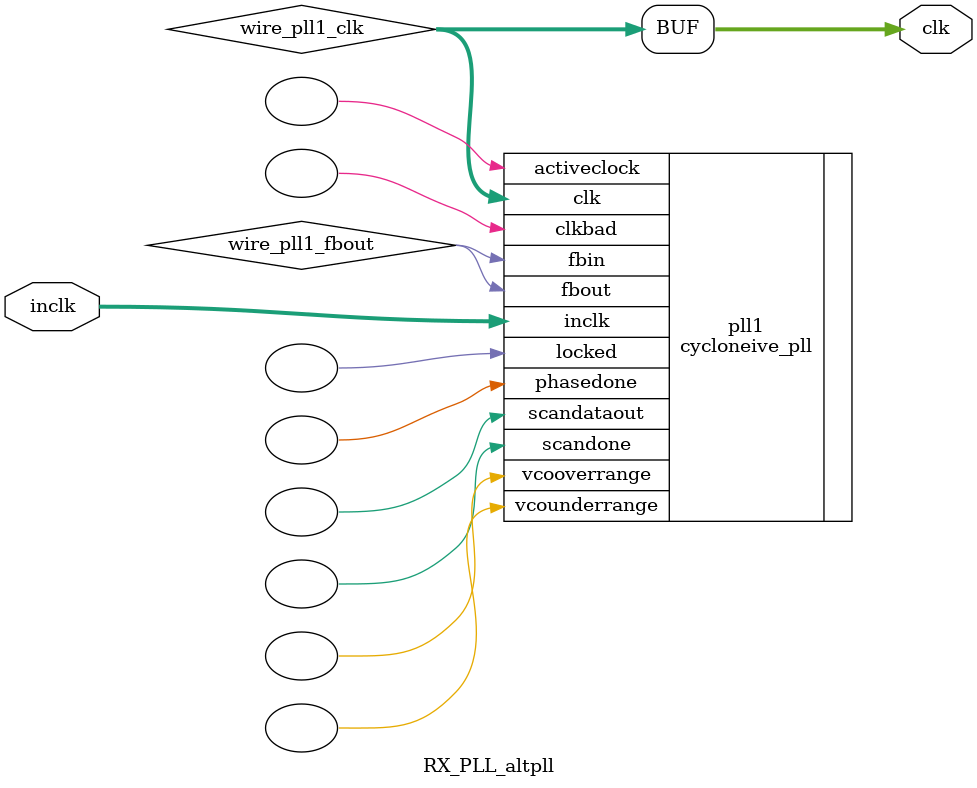
<source format=v>






//synthesis_resources = cycloneive_pll 1 
//synopsys translate_off
`timescale 1 ps / 1 ps
//synopsys translate_on
module  RX_PLL_altpll
	( 
	clk,
	inclk) /* synthesis synthesis_clearbox=1 */;
	output   [4:0]  clk;
	input   [1:0]  inclk;
`ifndef ALTERA_RESERVED_QIS
// synopsys translate_off
`endif
	tri0   [1:0]  inclk;
`ifndef ALTERA_RESERVED_QIS
// synopsys translate_on
`endif

	wire  [4:0]   wire_pll1_clk;
	wire  wire_pll1_fbout;

	cycloneive_pll   pll1
	( 
	.activeclock(),
	.clk(wire_pll1_clk),
	.clkbad(),
	.fbin(wire_pll1_fbout),
	.fbout(wire_pll1_fbout),
	.inclk(inclk),
	.locked(),
	.phasedone(),
	.scandataout(),
	.scandone(),
	.vcooverrange(),
	.vcounderrange()
	`ifndef FORMAL_VERIFICATION
	// synopsys translate_off
	`endif
	,
	.areset(1'b0),
	.clkswitch(1'b0),
	.configupdate(1'b0),
	.pfdena(1'b1),
	.phasecounterselect({3{1'b0}}),
	.phasestep(1'b0),
	.phaseupdown(1'b0),
	.scanclk(1'b0),
	.scanclkena(1'b1),
	.scandata(1'b0)
	`ifndef FORMAL_VERIFICATION
	// synopsys translate_on
	`endif
	);
	defparam
		pll1.bandwidth_type = "auto",
		pll1.clk0_divide_by = 1,
		pll1.clk0_duty_cycle = 50,
		pll1.clk0_multiply_by = 1,
		pll1.clk0_phase_shift = "0",
		pll1.clk1_divide_by = 1,
		pll1.clk1_duty_cycle = 50,
		pll1.clk1_multiply_by = 1,
		pll1.clk1_phase_shift = "0",
		pll1.compensate_clock = "clk0",
		pll1.inclk0_input_frequency = 8000,
		pll1.operation_mode = "normal",
		pll1.pll_type = "auto",
		pll1.lpm_type = "cycloneive_pll";
	assign
		clk = {wire_pll1_clk[4:0]};
endmodule //RX_PLL_altpll
//VALID FILE

</source>
